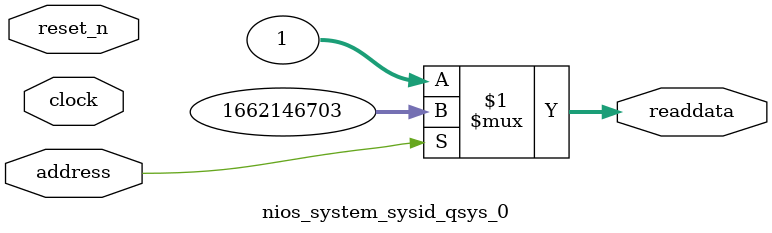
<source format=v>



// synthesis translate_off
`timescale 1ns / 1ps
// synthesis translate_on

// turn off superfluous verilog processor warnings 
// altera message_level Level1 
// altera message_off 10034 10035 10036 10037 10230 10240 10030 

module nios_system_sysid_qsys_0 (
               // inputs:
                address,
                clock,
                reset_n,

               // outputs:
                readdata
             )
;

  output  [ 31: 0] readdata;
  input            address;
  input            clock;
  input            reset_n;

  wire    [ 31: 0] readdata;
  //control_slave, which is an e_avalon_slave
  assign readdata = address ? 1662146703 : 1;

endmodule



</source>
